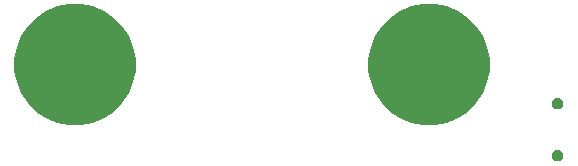
<source format=gbs>
G04 #@! TF.GenerationSoftware,KiCad,Pcbnew,(5.1.4)-1*
G04 #@! TF.CreationDate,2020-01-26T21:21:17-03:00*
G04 #@! TF.ProjectId,CONTESTING,434f4e54-4553-4544-994e-472e6b696361,rev?*
G04 #@! TF.SameCoordinates,Original*
G04 #@! TF.FileFunction,Soldermask,Bot*
G04 #@! TF.FilePolarity,Negative*
%FSLAX46Y46*%
G04 Gerber Fmt 4.6, Leading zero omitted, Abs format (unit mm)*
G04 Created by KiCad (PCBNEW (5.1.4)-1) date 2020-01-26 21:21:17*
%MOMM*%
%LPD*%
G04 APERTURE LIST*
%ADD10C,0.100000*%
G04 APERTURE END LIST*
D10*
G36*
X106197740Y-112058626D02*
G01*
X106246136Y-112068253D01*
X106283902Y-112083896D01*
X106337311Y-112106019D01*
X106337312Y-112106020D01*
X106419369Y-112160848D01*
X106489152Y-112230631D01*
X106489153Y-112230633D01*
X106543981Y-112312689D01*
X106581747Y-112403865D01*
X106601000Y-112500655D01*
X106601000Y-112599345D01*
X106581747Y-112696135D01*
X106543981Y-112787311D01*
X106543980Y-112787312D01*
X106489152Y-112869369D01*
X106419369Y-112939152D01*
X106378062Y-112966752D01*
X106337311Y-112993981D01*
X106283902Y-113016104D01*
X106246136Y-113031747D01*
X106197740Y-113041373D01*
X106149345Y-113051000D01*
X106050655Y-113051000D01*
X106002260Y-113041373D01*
X105953864Y-113031747D01*
X105916098Y-113016104D01*
X105862689Y-112993981D01*
X105821938Y-112966752D01*
X105780631Y-112939152D01*
X105710848Y-112869369D01*
X105656020Y-112787312D01*
X105656019Y-112787311D01*
X105618253Y-112696135D01*
X105599000Y-112599345D01*
X105599000Y-112500655D01*
X105618253Y-112403865D01*
X105656019Y-112312689D01*
X105710847Y-112230633D01*
X105710848Y-112230631D01*
X105780631Y-112160848D01*
X105862688Y-112106020D01*
X105862689Y-112106019D01*
X105916098Y-112083896D01*
X105953864Y-112068253D01*
X106002260Y-112058626D01*
X106050655Y-112049000D01*
X106149345Y-112049000D01*
X106197740Y-112058626D01*
X106197740Y-112058626D01*
G37*
G36*
X96221009Y-99817591D02*
G01*
X96716658Y-99916181D01*
X97650440Y-100302967D01*
X98490822Y-100864492D01*
X99205508Y-101579178D01*
X99767033Y-102419560D01*
X100153819Y-103353342D01*
X100351000Y-104344641D01*
X100351000Y-105355359D01*
X100153819Y-106346658D01*
X99767033Y-107280440D01*
X99205508Y-108120822D01*
X98490822Y-108835508D01*
X97650440Y-109397033D01*
X96716658Y-109783819D01*
X96221008Y-109882410D01*
X95725361Y-109981000D01*
X94714639Y-109981000D01*
X94218992Y-109882410D01*
X93723342Y-109783819D01*
X92789560Y-109397033D01*
X91949178Y-108835508D01*
X91234492Y-108120822D01*
X90672967Y-107280440D01*
X90286181Y-106346658D01*
X90089000Y-105355359D01*
X90089000Y-104344641D01*
X90286181Y-103353342D01*
X90672967Y-102419560D01*
X91234492Y-101579178D01*
X91949178Y-100864492D01*
X92789560Y-100302967D01*
X93723342Y-99916181D01*
X94218991Y-99817591D01*
X94714639Y-99719000D01*
X95725361Y-99719000D01*
X96221009Y-99817591D01*
X96221009Y-99817591D01*
G37*
G36*
X66251009Y-99817591D02*
G01*
X66746658Y-99916181D01*
X67680440Y-100302967D01*
X68520822Y-100864492D01*
X69235508Y-101579178D01*
X69797033Y-102419560D01*
X70183819Y-103353342D01*
X70381000Y-104344641D01*
X70381000Y-105355359D01*
X70183819Y-106346658D01*
X69797033Y-107280440D01*
X69235508Y-108120822D01*
X68520822Y-108835508D01*
X67680440Y-109397033D01*
X66746658Y-109783819D01*
X66251008Y-109882410D01*
X65755361Y-109981000D01*
X64744639Y-109981000D01*
X64248992Y-109882410D01*
X63753342Y-109783819D01*
X62819560Y-109397033D01*
X61979178Y-108835508D01*
X61264492Y-108120822D01*
X60702967Y-107280440D01*
X60316181Y-106346658D01*
X60119000Y-105355359D01*
X60119000Y-104344641D01*
X60316181Y-103353342D01*
X60702967Y-102419560D01*
X61264492Y-101579178D01*
X61979178Y-100864492D01*
X62819560Y-100302967D01*
X63753342Y-99916181D01*
X64248991Y-99817591D01*
X64744639Y-99719000D01*
X65755361Y-99719000D01*
X66251009Y-99817591D01*
X66251009Y-99817591D01*
G37*
G36*
X106197740Y-107658626D02*
G01*
X106246136Y-107668253D01*
X106283902Y-107683896D01*
X106337311Y-107706019D01*
X106337312Y-107706020D01*
X106419369Y-107760848D01*
X106489152Y-107830631D01*
X106489153Y-107830633D01*
X106543981Y-107912689D01*
X106581747Y-108003865D01*
X106601000Y-108100655D01*
X106601000Y-108199345D01*
X106581747Y-108296135D01*
X106543981Y-108387311D01*
X106543980Y-108387312D01*
X106489152Y-108469369D01*
X106419369Y-108539152D01*
X106378062Y-108566752D01*
X106337311Y-108593981D01*
X106283902Y-108616104D01*
X106246136Y-108631747D01*
X106197740Y-108641373D01*
X106149345Y-108651000D01*
X106050655Y-108651000D01*
X106002260Y-108641373D01*
X105953864Y-108631747D01*
X105916098Y-108616104D01*
X105862689Y-108593981D01*
X105821938Y-108566752D01*
X105780631Y-108539152D01*
X105710848Y-108469369D01*
X105656020Y-108387312D01*
X105656019Y-108387311D01*
X105618253Y-108296135D01*
X105599000Y-108199345D01*
X105599000Y-108100655D01*
X105618253Y-108003865D01*
X105656019Y-107912689D01*
X105710847Y-107830633D01*
X105710848Y-107830631D01*
X105780631Y-107760848D01*
X105862688Y-107706020D01*
X105862689Y-107706019D01*
X105916098Y-107683896D01*
X105953864Y-107668253D01*
X106002260Y-107658626D01*
X106050655Y-107649000D01*
X106149345Y-107649000D01*
X106197740Y-107658626D01*
X106197740Y-107658626D01*
G37*
M02*

</source>
